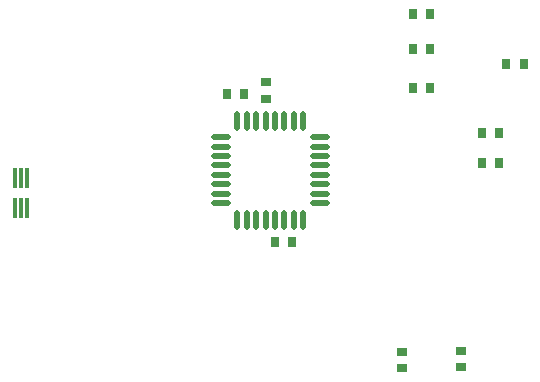
<source format=gbp>
%FSLAX25Y25*%
%MOIN*%
G70*
G01*
G75*
G04 Layer_Color=128*
%ADD10R,0.03543X0.03150*%
%ADD11O,0.01181X0.07087*%
%ADD12O,0.07087X0.01181*%
%ADD13R,0.05906X0.05906*%
%ADD14R,0.02756X0.03543*%
%ADD15R,0.03150X0.03543*%
%ADD16R,0.04331X0.02559*%
%ADD17C,0.01000*%
%ADD18C,0.07000*%
%ADD19R,0.07000X0.07000*%
%ADD20R,0.05906X0.05906*%
%ADD21C,0.05906*%
%ADD22C,0.07284*%
%ADD23R,0.07284X0.07284*%
%ADD24C,0.05512*%
G04:AMPARAMS|DCode=25|XSize=55.12mil|YSize=55.12mil|CornerRadius=0mil|HoleSize=0mil|Usage=FLASHONLY|Rotation=0.000|XOffset=0mil|YOffset=0mil|HoleType=Round|Shape=Octagon|*
%AMOCTAGOND25*
4,1,8,0.02756,-0.01378,0.02756,0.01378,0.01378,0.02756,-0.01378,0.02756,-0.02756,0.01378,-0.02756,-0.01378,-0.01378,-0.02756,0.01378,-0.02756,0.02756,-0.01378,0.0*
%
%ADD25OCTAGOND25*%

%ADD26C,0.05000*%
%ADD27C,0.04000*%
G04:AMPARAMS|DCode=28|XSize=100mil|YSize=100mil|CornerRadius=0mil|HoleSize=0mil|Usage=FLASHONLY|Rotation=0.000|XOffset=0mil|YOffset=0mil|HoleType=Round|Shape=Relief|Width=10mil|Gap=10mil|Entries=4|*
%AMTHD28*
7,0,0,0.10000,0.08000,0.01000,45*
%
%ADD28THD28*%
%ADD29C,0.08000*%
%ADD30C,0.07543*%
G04:AMPARAMS|DCode=31|XSize=95.433mil|YSize=95.433mil|CornerRadius=0mil|HoleSize=0mil|Usage=FLASHONLY|Rotation=0.000|XOffset=0mil|YOffset=0mil|HoleType=Round|Shape=Relief|Width=10mil|Gap=10mil|Entries=4|*
%AMTHD31*
7,0,0,0.09543,0.07543,0.01000,45*
%
%ADD31THD31*%
G04:AMPARAMS|DCode=32|XSize=103.307mil|YSize=103.307mil|CornerRadius=0mil|HoleSize=0mil|Usage=FLASHONLY|Rotation=0.000|XOffset=0mil|YOffset=0mil|HoleType=Round|Shape=Relief|Width=10mil|Gap=10mil|Entries=4|*
%AMTHD32*
7,0,0,0.10331,0.08331,0.01000,45*
%
%ADD32THD32*%
%ADD33C,0.08331*%
%ADD34C,0.07150*%
G04:AMPARAMS|DCode=35|XSize=88mil|YSize=88mil|CornerRadius=0mil|HoleSize=0mil|Usage=FLASHONLY|Rotation=0.000|XOffset=0mil|YOffset=0mil|HoleType=Round|Shape=Relief|Width=10mil|Gap=10mil|Entries=4|*
%AMTHD35*
7,0,0,0.08800,0.06800,0.01000,45*
%
%ADD35THD35*%
%ADD36C,0.06800*%
%ADD37O,0.01575X0.07096*%
%ADD38R,0.01575X0.07096*%
%ADD39O,0.06496X0.02165*%
%ADD40O,0.02165X0.06496*%
%ADD41C,0.02362*%
%ADD42C,0.00984*%
%ADD43C,0.00787*%
%ADD44C,0.00961*%
%ADD45C,0.00882*%
%ADD46C,0.00870*%
%ADD47R,0.04343X0.03950*%
%ADD48O,0.01981X0.07887*%
%ADD49O,0.07887X0.01981*%
%ADD50R,0.06706X0.06706*%
%ADD51R,0.03556X0.04343*%
%ADD52R,0.03950X0.04343*%
%ADD53R,0.05131X0.03359*%
%ADD54C,0.07800*%
%ADD55R,0.07800X0.07800*%
%ADD56R,0.06706X0.06706*%
%ADD57C,0.06706*%
%ADD58C,0.08083*%
%ADD59R,0.08083X0.08083*%
%ADD60C,0.06312*%
G04:AMPARAMS|DCode=61|XSize=63.12mil|YSize=63.12mil|CornerRadius=0mil|HoleSize=0mil|Usage=FLASHONLY|Rotation=0.000|XOffset=0mil|YOffset=0mil|HoleType=Round|Shape=Octagon|*
%AMOCTAGOND61*
4,1,8,0.03156,-0.01578,0.03156,0.01578,0.01578,0.03156,-0.01578,0.03156,-0.03156,0.01578,-0.03156,-0.01578,-0.01578,-0.03156,0.01578,-0.03156,0.03156,-0.01578,0.0*
%
%ADD61OCTAGOND61*%

%ADD62C,0.05800*%
%ADD63O,0.02375X0.07896*%
%ADD64R,0.02375X0.07896*%
%ADD65O,0.07296X0.02965*%
%ADD66O,0.02965X0.07296*%
%ADD67C,0.00500*%
%ADD68C,0.00400*%
%ADD69C,0.00843*%
%ADD70C,0.00803*%
%ADD71C,0.00925*%
D10*
X204500Y213244D02*
D03*
Y218756D02*
D03*
X269500Y129256D02*
D03*
Y123744D02*
D03*
X250000Y129000D02*
D03*
Y123488D02*
D03*
D14*
X284547Y225000D02*
D03*
X290453D02*
D03*
D15*
X207744Y165500D02*
D03*
X213256D02*
D03*
X253744Y217000D02*
D03*
X259256D02*
D03*
X253744Y230000D02*
D03*
X259256D02*
D03*
X191744Y215000D02*
D03*
X197256D02*
D03*
X253744Y241500D02*
D03*
X259256D02*
D03*
X282256Y192000D02*
D03*
X276744D02*
D03*
X282256Y202000D02*
D03*
X276744D02*
D03*
D37*
X125000Y177000D02*
D03*
X123000D02*
D03*
X121000D02*
D03*
X125000Y187000D02*
D03*
X123000D02*
D03*
D38*
X121000D02*
D03*
D39*
X222535Y178476D02*
D03*
Y181626D02*
D03*
Y184776D02*
D03*
Y187925D02*
D03*
Y191075D02*
D03*
Y194224D02*
D03*
Y197374D02*
D03*
Y200524D02*
D03*
X189465D02*
D03*
Y197374D02*
D03*
Y194224D02*
D03*
Y191075D02*
D03*
Y187925D02*
D03*
Y184776D02*
D03*
Y181626D02*
D03*
Y178476D02*
D03*
D40*
X217024Y206035D02*
D03*
X213874D02*
D03*
X210724D02*
D03*
X207575D02*
D03*
X204425D02*
D03*
X201276D02*
D03*
X198126D02*
D03*
X194976D02*
D03*
Y172965D02*
D03*
X198126D02*
D03*
X201276D02*
D03*
X204425D02*
D03*
X207575D02*
D03*
X210724D02*
D03*
X213874D02*
D03*
X217024D02*
D03*
M02*

</source>
